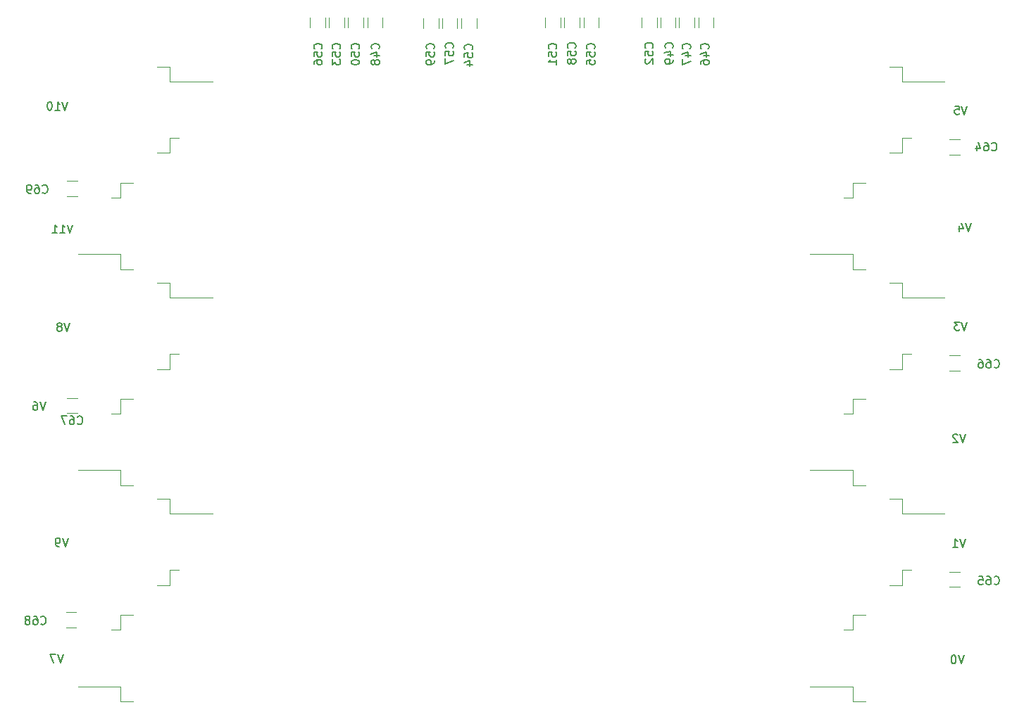
<source format=gbr>
%TF.GenerationSoftware,KiCad,Pcbnew,(5.1.6)-1*%
%TF.CreationDate,2020-10-06T11:03:20+02:00*%
%TF.ProjectId,Bobbycontroller,426f6262-7963-46f6-9e74-726f6c6c6572,rev?*%
%TF.SameCoordinates,Original*%
%TF.FileFunction,Legend,Bot*%
%TF.FilePolarity,Positive*%
%FSLAX46Y46*%
G04 Gerber Fmt 4.6, Leading zero omitted, Abs format (unit mm)*
G04 Created by KiCad (PCBNEW (5.1.6)-1) date 2020-10-06 11:03:20*
%MOMM*%
%LPD*%
G01*
G04 APERTURE LIST*
%ADD10C,0.120000*%
%ADD11C,0.150000*%
G04 APERTURE END LIST*
D10*
%TO.C,C69*%
X16597936Y-35590000D02*
X17802064Y-35590000D01*
X16597936Y-37410000D02*
X17802064Y-37410000D01*
%TO.C,C68*%
X16497936Y-87490000D02*
X17702064Y-87490000D01*
X16497936Y-89310000D02*
X17702064Y-89310000D01*
%TO.C,C67*%
X16597936Y-61690000D02*
X17802064Y-61690000D01*
X16597936Y-63510000D02*
X17802064Y-63510000D01*
%TO.C,C66*%
X123902064Y-58410000D02*
X122697936Y-58410000D01*
X123902064Y-56590000D02*
X122697936Y-56590000D01*
%TO.C,C65*%
X123902064Y-84410000D02*
X122697936Y-84410000D01*
X123902064Y-82590000D02*
X122697936Y-82590000D01*
%TO.C,C64*%
X123902064Y-32410000D02*
X122697936Y-32410000D01*
X123902064Y-30590000D02*
X122697936Y-30590000D01*
%TO.C,C59*%
X61240000Y-17182064D02*
X61240000Y-15977936D01*
X59420000Y-17182064D02*
X59420000Y-15977936D01*
%TO.C,C58*%
X78210000Y-17102064D02*
X78210000Y-15897936D01*
X76390000Y-17102064D02*
X76390000Y-15897936D01*
%TO.C,C57*%
X63510000Y-17182064D02*
X63510000Y-15977936D01*
X61690000Y-17182064D02*
X61690000Y-15977936D01*
%TO.C,C56*%
X47610000Y-17102064D02*
X47610000Y-15897936D01*
X45790000Y-17102064D02*
X45790000Y-15897936D01*
%TO.C,C55*%
X80510000Y-17102064D02*
X80510000Y-15897936D01*
X78690000Y-17102064D02*
X78690000Y-15897936D01*
%TO.C,C54*%
X65810000Y-17182064D02*
X65810000Y-15977936D01*
X63990000Y-17182064D02*
X63990000Y-15977936D01*
%TO.C,C53*%
X49910000Y-17092064D02*
X49910000Y-15887936D01*
X48090000Y-17092064D02*
X48090000Y-15887936D01*
%TO.C,C52*%
X87510000Y-17102064D02*
X87510000Y-15897936D01*
X85690000Y-17102064D02*
X85690000Y-15897936D01*
%TO.C,C51*%
X75910000Y-17102064D02*
X75910000Y-15897936D01*
X74090000Y-17102064D02*
X74090000Y-15897936D01*
%TO.C,C50*%
X52210000Y-17092064D02*
X52210000Y-15887936D01*
X50390000Y-17092064D02*
X50390000Y-15887936D01*
%TO.C,C49*%
X89730000Y-17102064D02*
X89730000Y-15897936D01*
X87910000Y-17102064D02*
X87910000Y-15897936D01*
%TO.C,C48*%
X54510000Y-17102064D02*
X54510000Y-15897936D01*
X52690000Y-17102064D02*
X52690000Y-15897936D01*
%TO.C,C47*%
X92010000Y-17102064D02*
X92010000Y-15897936D01*
X90190000Y-17102064D02*
X90190000Y-15897936D01*
%TO.C,C46*%
X94310000Y-17102064D02*
X94310000Y-15897936D01*
X92490000Y-17102064D02*
X92490000Y-15897936D01*
%TO.C,V11*%
X24550000Y-46200000D02*
X23050000Y-46200000D01*
X23050000Y-46200000D02*
X23050000Y-44390000D01*
X23050000Y-44390000D02*
X17925000Y-44390000D01*
X24550000Y-35800000D02*
X23050000Y-35800000D01*
X23050000Y-35800000D02*
X23050000Y-37610000D01*
X23050000Y-37610000D02*
X21950000Y-37610000D01*
%TO.C,V10*%
X27450000Y-21800000D02*
X28950000Y-21800000D01*
X28950000Y-21800000D02*
X28950000Y-23610000D01*
X28950000Y-23610000D02*
X34075000Y-23610000D01*
X27450000Y-32200000D02*
X28950000Y-32200000D01*
X28950000Y-32200000D02*
X28950000Y-30390000D01*
X28950000Y-30390000D02*
X30050000Y-30390000D01*
%TO.C,V9*%
X24550000Y-72200000D02*
X23050000Y-72200000D01*
X23050000Y-72200000D02*
X23050000Y-70390000D01*
X23050000Y-70390000D02*
X17925000Y-70390000D01*
X24550000Y-61800000D02*
X23050000Y-61800000D01*
X23050000Y-61800000D02*
X23050000Y-63610000D01*
X23050000Y-63610000D02*
X21950000Y-63610000D01*
%TO.C,V8*%
X27450000Y-47800000D02*
X28950000Y-47800000D01*
X28950000Y-47800000D02*
X28950000Y-49610000D01*
X28950000Y-49610000D02*
X34075000Y-49610000D01*
X27450000Y-58200000D02*
X28950000Y-58200000D01*
X28950000Y-58200000D02*
X28950000Y-56390000D01*
X28950000Y-56390000D02*
X30050000Y-56390000D01*
%TO.C,V7*%
X24550000Y-98200000D02*
X23050000Y-98200000D01*
X23050000Y-98200000D02*
X23050000Y-96390000D01*
X23050000Y-96390000D02*
X17925000Y-96390000D01*
X24550000Y-87800000D02*
X23050000Y-87800000D01*
X23050000Y-87800000D02*
X23050000Y-89610000D01*
X23050000Y-89610000D02*
X21950000Y-89610000D01*
%TO.C,V6*%
X27450000Y-73800000D02*
X28950000Y-73800000D01*
X28950000Y-73800000D02*
X28950000Y-75610000D01*
X28950000Y-75610000D02*
X34075000Y-75610000D01*
X27450000Y-84200000D02*
X28950000Y-84200000D01*
X28950000Y-84200000D02*
X28950000Y-82390000D01*
X28950000Y-82390000D02*
X30050000Y-82390000D01*
%TO.C,V5*%
X115450000Y-21800000D02*
X116950000Y-21800000D01*
X116950000Y-21800000D02*
X116950000Y-23610000D01*
X116950000Y-23610000D02*
X122075000Y-23610000D01*
X115450000Y-32200000D02*
X116950000Y-32200000D01*
X116950000Y-32200000D02*
X116950000Y-30390000D01*
X116950000Y-30390000D02*
X118050000Y-30390000D01*
%TO.C,V4*%
X112550000Y-46200000D02*
X111050000Y-46200000D01*
X111050000Y-46200000D02*
X111050000Y-44390000D01*
X111050000Y-44390000D02*
X105925000Y-44390000D01*
X112550000Y-35800000D02*
X111050000Y-35800000D01*
X111050000Y-35800000D02*
X111050000Y-37610000D01*
X111050000Y-37610000D02*
X109950000Y-37610000D01*
%TO.C,V3*%
X115450000Y-47800000D02*
X116950000Y-47800000D01*
X116950000Y-47800000D02*
X116950000Y-49610000D01*
X116950000Y-49610000D02*
X122075000Y-49610000D01*
X115450000Y-58200000D02*
X116950000Y-58200000D01*
X116950000Y-58200000D02*
X116950000Y-56390000D01*
X116950000Y-56390000D02*
X118050000Y-56390000D01*
%TO.C,V2*%
X112550000Y-72200000D02*
X111050000Y-72200000D01*
X111050000Y-72200000D02*
X111050000Y-70390000D01*
X111050000Y-70390000D02*
X105925000Y-70390000D01*
X112550000Y-61800000D02*
X111050000Y-61800000D01*
X111050000Y-61800000D02*
X111050000Y-63610000D01*
X111050000Y-63610000D02*
X109950000Y-63610000D01*
%TO.C,V1*%
X115450000Y-73800000D02*
X116950000Y-73800000D01*
X116950000Y-73800000D02*
X116950000Y-75610000D01*
X116950000Y-75610000D02*
X122075000Y-75610000D01*
X115450000Y-84200000D02*
X116950000Y-84200000D01*
X116950000Y-84200000D02*
X116950000Y-82390000D01*
X116950000Y-82390000D02*
X118050000Y-82390000D01*
%TO.C,V0*%
X112550000Y-98200000D02*
X111050000Y-98200000D01*
X111050000Y-98200000D02*
X111050000Y-96390000D01*
X111050000Y-96390000D02*
X105925000Y-96390000D01*
X112550000Y-87800000D02*
X111050000Y-87800000D01*
X111050000Y-87800000D02*
X111050000Y-89610000D01*
X111050000Y-89610000D02*
X109950000Y-89610000D01*
%TO.C,C69*%
D11*
X13642857Y-36957142D02*
X13690476Y-37004761D01*
X13833333Y-37052380D01*
X13928571Y-37052380D01*
X14071428Y-37004761D01*
X14166666Y-36909523D01*
X14214285Y-36814285D01*
X14261904Y-36623809D01*
X14261904Y-36480952D01*
X14214285Y-36290476D01*
X14166666Y-36195238D01*
X14071428Y-36100000D01*
X13928571Y-36052380D01*
X13833333Y-36052380D01*
X13690476Y-36100000D01*
X13642857Y-36147619D01*
X12785714Y-36052380D02*
X12976190Y-36052380D01*
X13071428Y-36100000D01*
X13119047Y-36147619D01*
X13214285Y-36290476D01*
X13261904Y-36480952D01*
X13261904Y-36861904D01*
X13214285Y-36957142D01*
X13166666Y-37004761D01*
X13071428Y-37052380D01*
X12880952Y-37052380D01*
X12785714Y-37004761D01*
X12738095Y-36957142D01*
X12690476Y-36861904D01*
X12690476Y-36623809D01*
X12738095Y-36528571D01*
X12785714Y-36480952D01*
X12880952Y-36433333D01*
X13071428Y-36433333D01*
X13166666Y-36480952D01*
X13214285Y-36528571D01*
X13261904Y-36623809D01*
X12214285Y-37052380D02*
X12023809Y-37052380D01*
X11928571Y-37004761D01*
X11880952Y-36957142D01*
X11785714Y-36814285D01*
X11738095Y-36623809D01*
X11738095Y-36242857D01*
X11785714Y-36147619D01*
X11833333Y-36100000D01*
X11928571Y-36052380D01*
X12119047Y-36052380D01*
X12214285Y-36100000D01*
X12261904Y-36147619D01*
X12309523Y-36242857D01*
X12309523Y-36480952D01*
X12261904Y-36576190D01*
X12214285Y-36623809D01*
X12119047Y-36671428D01*
X11928571Y-36671428D01*
X11833333Y-36623809D01*
X11785714Y-36576190D01*
X11738095Y-36480952D01*
%TO.C,C68*%
X13442857Y-88857142D02*
X13490476Y-88904761D01*
X13633333Y-88952380D01*
X13728571Y-88952380D01*
X13871428Y-88904761D01*
X13966666Y-88809523D01*
X14014285Y-88714285D01*
X14061904Y-88523809D01*
X14061904Y-88380952D01*
X14014285Y-88190476D01*
X13966666Y-88095238D01*
X13871428Y-88000000D01*
X13728571Y-87952380D01*
X13633333Y-87952380D01*
X13490476Y-88000000D01*
X13442857Y-88047619D01*
X12585714Y-87952380D02*
X12776190Y-87952380D01*
X12871428Y-88000000D01*
X12919047Y-88047619D01*
X13014285Y-88190476D01*
X13061904Y-88380952D01*
X13061904Y-88761904D01*
X13014285Y-88857142D01*
X12966666Y-88904761D01*
X12871428Y-88952380D01*
X12680952Y-88952380D01*
X12585714Y-88904761D01*
X12538095Y-88857142D01*
X12490476Y-88761904D01*
X12490476Y-88523809D01*
X12538095Y-88428571D01*
X12585714Y-88380952D01*
X12680952Y-88333333D01*
X12871428Y-88333333D01*
X12966666Y-88380952D01*
X13014285Y-88428571D01*
X13061904Y-88523809D01*
X11919047Y-88380952D02*
X12014285Y-88333333D01*
X12061904Y-88285714D01*
X12109523Y-88190476D01*
X12109523Y-88142857D01*
X12061904Y-88047619D01*
X12014285Y-88000000D01*
X11919047Y-87952380D01*
X11728571Y-87952380D01*
X11633333Y-88000000D01*
X11585714Y-88047619D01*
X11538095Y-88142857D01*
X11538095Y-88190476D01*
X11585714Y-88285714D01*
X11633333Y-88333333D01*
X11728571Y-88380952D01*
X11919047Y-88380952D01*
X12014285Y-88428571D01*
X12061904Y-88476190D01*
X12109523Y-88571428D01*
X12109523Y-88761904D01*
X12061904Y-88857142D01*
X12014285Y-88904761D01*
X11919047Y-88952380D01*
X11728571Y-88952380D01*
X11633333Y-88904761D01*
X11585714Y-88857142D01*
X11538095Y-88761904D01*
X11538095Y-88571428D01*
X11585714Y-88476190D01*
X11633333Y-88428571D01*
X11728571Y-88380952D01*
%TO.C,C67*%
X17842857Y-64777142D02*
X17890476Y-64824761D01*
X18033333Y-64872380D01*
X18128571Y-64872380D01*
X18271428Y-64824761D01*
X18366666Y-64729523D01*
X18414285Y-64634285D01*
X18461904Y-64443809D01*
X18461904Y-64300952D01*
X18414285Y-64110476D01*
X18366666Y-64015238D01*
X18271428Y-63920000D01*
X18128571Y-63872380D01*
X18033333Y-63872380D01*
X17890476Y-63920000D01*
X17842857Y-63967619D01*
X16985714Y-63872380D02*
X17176190Y-63872380D01*
X17271428Y-63920000D01*
X17319047Y-63967619D01*
X17414285Y-64110476D01*
X17461904Y-64300952D01*
X17461904Y-64681904D01*
X17414285Y-64777142D01*
X17366666Y-64824761D01*
X17271428Y-64872380D01*
X17080952Y-64872380D01*
X16985714Y-64824761D01*
X16938095Y-64777142D01*
X16890476Y-64681904D01*
X16890476Y-64443809D01*
X16938095Y-64348571D01*
X16985714Y-64300952D01*
X17080952Y-64253333D01*
X17271428Y-64253333D01*
X17366666Y-64300952D01*
X17414285Y-64348571D01*
X17461904Y-64443809D01*
X16557142Y-63872380D02*
X15890476Y-63872380D01*
X16319047Y-64872380D01*
%TO.C,C66*%
X128042857Y-57957142D02*
X128090476Y-58004761D01*
X128233333Y-58052380D01*
X128328571Y-58052380D01*
X128471428Y-58004761D01*
X128566666Y-57909523D01*
X128614285Y-57814285D01*
X128661904Y-57623809D01*
X128661904Y-57480952D01*
X128614285Y-57290476D01*
X128566666Y-57195238D01*
X128471428Y-57100000D01*
X128328571Y-57052380D01*
X128233333Y-57052380D01*
X128090476Y-57100000D01*
X128042857Y-57147619D01*
X127185714Y-57052380D02*
X127376190Y-57052380D01*
X127471428Y-57100000D01*
X127519047Y-57147619D01*
X127614285Y-57290476D01*
X127661904Y-57480952D01*
X127661904Y-57861904D01*
X127614285Y-57957142D01*
X127566666Y-58004761D01*
X127471428Y-58052380D01*
X127280952Y-58052380D01*
X127185714Y-58004761D01*
X127138095Y-57957142D01*
X127090476Y-57861904D01*
X127090476Y-57623809D01*
X127138095Y-57528571D01*
X127185714Y-57480952D01*
X127280952Y-57433333D01*
X127471428Y-57433333D01*
X127566666Y-57480952D01*
X127614285Y-57528571D01*
X127661904Y-57623809D01*
X126233333Y-57052380D02*
X126423809Y-57052380D01*
X126519047Y-57100000D01*
X126566666Y-57147619D01*
X126661904Y-57290476D01*
X126709523Y-57480952D01*
X126709523Y-57861904D01*
X126661904Y-57957142D01*
X126614285Y-58004761D01*
X126519047Y-58052380D01*
X126328571Y-58052380D01*
X126233333Y-58004761D01*
X126185714Y-57957142D01*
X126138095Y-57861904D01*
X126138095Y-57623809D01*
X126185714Y-57528571D01*
X126233333Y-57480952D01*
X126328571Y-57433333D01*
X126519047Y-57433333D01*
X126614285Y-57480952D01*
X126661904Y-57528571D01*
X126709523Y-57623809D01*
%TO.C,C65*%
X128042857Y-84057142D02*
X128090476Y-84104761D01*
X128233333Y-84152380D01*
X128328571Y-84152380D01*
X128471428Y-84104761D01*
X128566666Y-84009523D01*
X128614285Y-83914285D01*
X128661904Y-83723809D01*
X128661904Y-83580952D01*
X128614285Y-83390476D01*
X128566666Y-83295238D01*
X128471428Y-83200000D01*
X128328571Y-83152380D01*
X128233333Y-83152380D01*
X128090476Y-83200000D01*
X128042857Y-83247619D01*
X127185714Y-83152380D02*
X127376190Y-83152380D01*
X127471428Y-83200000D01*
X127519047Y-83247619D01*
X127614285Y-83390476D01*
X127661904Y-83580952D01*
X127661904Y-83961904D01*
X127614285Y-84057142D01*
X127566666Y-84104761D01*
X127471428Y-84152380D01*
X127280952Y-84152380D01*
X127185714Y-84104761D01*
X127138095Y-84057142D01*
X127090476Y-83961904D01*
X127090476Y-83723809D01*
X127138095Y-83628571D01*
X127185714Y-83580952D01*
X127280952Y-83533333D01*
X127471428Y-83533333D01*
X127566666Y-83580952D01*
X127614285Y-83628571D01*
X127661904Y-83723809D01*
X126185714Y-83152380D02*
X126661904Y-83152380D01*
X126709523Y-83628571D01*
X126661904Y-83580952D01*
X126566666Y-83533333D01*
X126328571Y-83533333D01*
X126233333Y-83580952D01*
X126185714Y-83628571D01*
X126138095Y-83723809D01*
X126138095Y-83961904D01*
X126185714Y-84057142D01*
X126233333Y-84104761D01*
X126328571Y-84152380D01*
X126566666Y-84152380D01*
X126661904Y-84104761D01*
X126709523Y-84057142D01*
%TO.C,C64*%
X127742857Y-31857142D02*
X127790476Y-31904761D01*
X127933333Y-31952380D01*
X128028571Y-31952380D01*
X128171428Y-31904761D01*
X128266666Y-31809523D01*
X128314285Y-31714285D01*
X128361904Y-31523809D01*
X128361904Y-31380952D01*
X128314285Y-31190476D01*
X128266666Y-31095238D01*
X128171428Y-31000000D01*
X128028571Y-30952380D01*
X127933333Y-30952380D01*
X127790476Y-31000000D01*
X127742857Y-31047619D01*
X126885714Y-30952380D02*
X127076190Y-30952380D01*
X127171428Y-31000000D01*
X127219047Y-31047619D01*
X127314285Y-31190476D01*
X127361904Y-31380952D01*
X127361904Y-31761904D01*
X127314285Y-31857142D01*
X127266666Y-31904761D01*
X127171428Y-31952380D01*
X126980952Y-31952380D01*
X126885714Y-31904761D01*
X126838095Y-31857142D01*
X126790476Y-31761904D01*
X126790476Y-31523809D01*
X126838095Y-31428571D01*
X126885714Y-31380952D01*
X126980952Y-31333333D01*
X127171428Y-31333333D01*
X127266666Y-31380952D01*
X127314285Y-31428571D01*
X127361904Y-31523809D01*
X125933333Y-31285714D02*
X125933333Y-31952380D01*
X126171428Y-30904761D02*
X126409523Y-31619047D01*
X125790476Y-31619047D01*
%TO.C,C59*%
X60657142Y-19657142D02*
X60704761Y-19609523D01*
X60752380Y-19466666D01*
X60752380Y-19371428D01*
X60704761Y-19228571D01*
X60609523Y-19133333D01*
X60514285Y-19085714D01*
X60323809Y-19038095D01*
X60180952Y-19038095D01*
X59990476Y-19085714D01*
X59895238Y-19133333D01*
X59800000Y-19228571D01*
X59752380Y-19371428D01*
X59752380Y-19466666D01*
X59800000Y-19609523D01*
X59847619Y-19657142D01*
X59752380Y-20561904D02*
X59752380Y-20085714D01*
X60228571Y-20038095D01*
X60180952Y-20085714D01*
X60133333Y-20180952D01*
X60133333Y-20419047D01*
X60180952Y-20514285D01*
X60228571Y-20561904D01*
X60323809Y-20609523D01*
X60561904Y-20609523D01*
X60657142Y-20561904D01*
X60704761Y-20514285D01*
X60752380Y-20419047D01*
X60752380Y-20180952D01*
X60704761Y-20085714D01*
X60657142Y-20038095D01*
X60752380Y-21085714D02*
X60752380Y-21276190D01*
X60704761Y-21371428D01*
X60657142Y-21419047D01*
X60514285Y-21514285D01*
X60323809Y-21561904D01*
X59942857Y-21561904D01*
X59847619Y-21514285D01*
X59800000Y-21466666D01*
X59752380Y-21371428D01*
X59752380Y-21180952D01*
X59800000Y-21085714D01*
X59847619Y-21038095D01*
X59942857Y-20990476D01*
X60180952Y-20990476D01*
X60276190Y-21038095D01*
X60323809Y-21085714D01*
X60371428Y-21180952D01*
X60371428Y-21371428D01*
X60323809Y-21466666D01*
X60276190Y-21514285D01*
X60180952Y-21561904D01*
%TO.C,C58*%
X77657142Y-19557142D02*
X77704761Y-19509523D01*
X77752380Y-19366666D01*
X77752380Y-19271428D01*
X77704761Y-19128571D01*
X77609523Y-19033333D01*
X77514285Y-18985714D01*
X77323809Y-18938095D01*
X77180952Y-18938095D01*
X76990476Y-18985714D01*
X76895238Y-19033333D01*
X76800000Y-19128571D01*
X76752380Y-19271428D01*
X76752380Y-19366666D01*
X76800000Y-19509523D01*
X76847619Y-19557142D01*
X76752380Y-20461904D02*
X76752380Y-19985714D01*
X77228571Y-19938095D01*
X77180952Y-19985714D01*
X77133333Y-20080952D01*
X77133333Y-20319047D01*
X77180952Y-20414285D01*
X77228571Y-20461904D01*
X77323809Y-20509523D01*
X77561904Y-20509523D01*
X77657142Y-20461904D01*
X77704761Y-20414285D01*
X77752380Y-20319047D01*
X77752380Y-20080952D01*
X77704761Y-19985714D01*
X77657142Y-19938095D01*
X77180952Y-21080952D02*
X77133333Y-20985714D01*
X77085714Y-20938095D01*
X76990476Y-20890476D01*
X76942857Y-20890476D01*
X76847619Y-20938095D01*
X76800000Y-20985714D01*
X76752380Y-21080952D01*
X76752380Y-21271428D01*
X76800000Y-21366666D01*
X76847619Y-21414285D01*
X76942857Y-21461904D01*
X76990476Y-21461904D01*
X77085714Y-21414285D01*
X77133333Y-21366666D01*
X77180952Y-21271428D01*
X77180952Y-21080952D01*
X77228571Y-20985714D01*
X77276190Y-20938095D01*
X77371428Y-20890476D01*
X77561904Y-20890476D01*
X77657142Y-20938095D01*
X77704761Y-20985714D01*
X77752380Y-21080952D01*
X77752380Y-21271428D01*
X77704761Y-21366666D01*
X77657142Y-21414285D01*
X77561904Y-21461904D01*
X77371428Y-21461904D01*
X77276190Y-21414285D01*
X77228571Y-21366666D01*
X77180952Y-21271428D01*
%TO.C,C57*%
X62957142Y-19557142D02*
X63004761Y-19509523D01*
X63052380Y-19366666D01*
X63052380Y-19271428D01*
X63004761Y-19128571D01*
X62909523Y-19033333D01*
X62814285Y-18985714D01*
X62623809Y-18938095D01*
X62480952Y-18938095D01*
X62290476Y-18985714D01*
X62195238Y-19033333D01*
X62100000Y-19128571D01*
X62052380Y-19271428D01*
X62052380Y-19366666D01*
X62100000Y-19509523D01*
X62147619Y-19557142D01*
X62052380Y-20461904D02*
X62052380Y-19985714D01*
X62528571Y-19938095D01*
X62480952Y-19985714D01*
X62433333Y-20080952D01*
X62433333Y-20319047D01*
X62480952Y-20414285D01*
X62528571Y-20461904D01*
X62623809Y-20509523D01*
X62861904Y-20509523D01*
X62957142Y-20461904D01*
X63004761Y-20414285D01*
X63052380Y-20319047D01*
X63052380Y-20080952D01*
X63004761Y-19985714D01*
X62957142Y-19938095D01*
X62052380Y-20842857D02*
X62052380Y-21509523D01*
X63052380Y-21080952D01*
%TO.C,C56*%
X47157142Y-19657142D02*
X47204761Y-19609523D01*
X47252380Y-19466666D01*
X47252380Y-19371428D01*
X47204761Y-19228571D01*
X47109523Y-19133333D01*
X47014285Y-19085714D01*
X46823809Y-19038095D01*
X46680952Y-19038095D01*
X46490476Y-19085714D01*
X46395238Y-19133333D01*
X46300000Y-19228571D01*
X46252380Y-19371428D01*
X46252380Y-19466666D01*
X46300000Y-19609523D01*
X46347619Y-19657142D01*
X46252380Y-20561904D02*
X46252380Y-20085714D01*
X46728571Y-20038095D01*
X46680952Y-20085714D01*
X46633333Y-20180952D01*
X46633333Y-20419047D01*
X46680952Y-20514285D01*
X46728571Y-20561904D01*
X46823809Y-20609523D01*
X47061904Y-20609523D01*
X47157142Y-20561904D01*
X47204761Y-20514285D01*
X47252380Y-20419047D01*
X47252380Y-20180952D01*
X47204761Y-20085714D01*
X47157142Y-20038095D01*
X46252380Y-21466666D02*
X46252380Y-21276190D01*
X46300000Y-21180952D01*
X46347619Y-21133333D01*
X46490476Y-21038095D01*
X46680952Y-20990476D01*
X47061904Y-20990476D01*
X47157142Y-21038095D01*
X47204761Y-21085714D01*
X47252380Y-21180952D01*
X47252380Y-21371428D01*
X47204761Y-21466666D01*
X47157142Y-21514285D01*
X47061904Y-21561904D01*
X46823809Y-21561904D01*
X46728571Y-21514285D01*
X46680952Y-21466666D01*
X46633333Y-21371428D01*
X46633333Y-21180952D01*
X46680952Y-21085714D01*
X46728571Y-21038095D01*
X46823809Y-20990476D01*
%TO.C,C55*%
X79957142Y-19657142D02*
X80004761Y-19609523D01*
X80052380Y-19466666D01*
X80052380Y-19371428D01*
X80004761Y-19228571D01*
X79909523Y-19133333D01*
X79814285Y-19085714D01*
X79623809Y-19038095D01*
X79480952Y-19038095D01*
X79290476Y-19085714D01*
X79195238Y-19133333D01*
X79100000Y-19228571D01*
X79052380Y-19371428D01*
X79052380Y-19466666D01*
X79100000Y-19609523D01*
X79147619Y-19657142D01*
X79052380Y-20561904D02*
X79052380Y-20085714D01*
X79528571Y-20038095D01*
X79480952Y-20085714D01*
X79433333Y-20180952D01*
X79433333Y-20419047D01*
X79480952Y-20514285D01*
X79528571Y-20561904D01*
X79623809Y-20609523D01*
X79861904Y-20609523D01*
X79957142Y-20561904D01*
X80004761Y-20514285D01*
X80052380Y-20419047D01*
X80052380Y-20180952D01*
X80004761Y-20085714D01*
X79957142Y-20038095D01*
X79052380Y-21514285D02*
X79052380Y-21038095D01*
X79528571Y-20990476D01*
X79480952Y-21038095D01*
X79433333Y-21133333D01*
X79433333Y-21371428D01*
X79480952Y-21466666D01*
X79528571Y-21514285D01*
X79623809Y-21561904D01*
X79861904Y-21561904D01*
X79957142Y-21514285D01*
X80004761Y-21466666D01*
X80052380Y-21371428D01*
X80052380Y-21133333D01*
X80004761Y-21038095D01*
X79957142Y-20990476D01*
%TO.C,C54*%
X65257142Y-19757142D02*
X65304761Y-19709523D01*
X65352380Y-19566666D01*
X65352380Y-19471428D01*
X65304761Y-19328571D01*
X65209523Y-19233333D01*
X65114285Y-19185714D01*
X64923809Y-19138095D01*
X64780952Y-19138095D01*
X64590476Y-19185714D01*
X64495238Y-19233333D01*
X64400000Y-19328571D01*
X64352380Y-19471428D01*
X64352380Y-19566666D01*
X64400000Y-19709523D01*
X64447619Y-19757142D01*
X64352380Y-20661904D02*
X64352380Y-20185714D01*
X64828571Y-20138095D01*
X64780952Y-20185714D01*
X64733333Y-20280952D01*
X64733333Y-20519047D01*
X64780952Y-20614285D01*
X64828571Y-20661904D01*
X64923809Y-20709523D01*
X65161904Y-20709523D01*
X65257142Y-20661904D01*
X65304761Y-20614285D01*
X65352380Y-20519047D01*
X65352380Y-20280952D01*
X65304761Y-20185714D01*
X65257142Y-20138095D01*
X64685714Y-21566666D02*
X65352380Y-21566666D01*
X64304761Y-21328571D02*
X65019047Y-21090476D01*
X65019047Y-21709523D01*
%TO.C,C53*%
X49357142Y-19657142D02*
X49404761Y-19609523D01*
X49452380Y-19466666D01*
X49452380Y-19371428D01*
X49404761Y-19228571D01*
X49309523Y-19133333D01*
X49214285Y-19085714D01*
X49023809Y-19038095D01*
X48880952Y-19038095D01*
X48690476Y-19085714D01*
X48595238Y-19133333D01*
X48500000Y-19228571D01*
X48452380Y-19371428D01*
X48452380Y-19466666D01*
X48500000Y-19609523D01*
X48547619Y-19657142D01*
X48452380Y-20561904D02*
X48452380Y-20085714D01*
X48928571Y-20038095D01*
X48880952Y-20085714D01*
X48833333Y-20180952D01*
X48833333Y-20419047D01*
X48880952Y-20514285D01*
X48928571Y-20561904D01*
X49023809Y-20609523D01*
X49261904Y-20609523D01*
X49357142Y-20561904D01*
X49404761Y-20514285D01*
X49452380Y-20419047D01*
X49452380Y-20180952D01*
X49404761Y-20085714D01*
X49357142Y-20038095D01*
X48452380Y-20942857D02*
X48452380Y-21561904D01*
X48833333Y-21228571D01*
X48833333Y-21371428D01*
X48880952Y-21466666D01*
X48928571Y-21514285D01*
X49023809Y-21561904D01*
X49261904Y-21561904D01*
X49357142Y-21514285D01*
X49404761Y-21466666D01*
X49452380Y-21371428D01*
X49452380Y-21085714D01*
X49404761Y-20990476D01*
X49357142Y-20942857D01*
%TO.C,C52*%
X86957142Y-19557142D02*
X87004761Y-19509523D01*
X87052380Y-19366666D01*
X87052380Y-19271428D01*
X87004761Y-19128571D01*
X86909523Y-19033333D01*
X86814285Y-18985714D01*
X86623809Y-18938095D01*
X86480952Y-18938095D01*
X86290476Y-18985714D01*
X86195238Y-19033333D01*
X86100000Y-19128571D01*
X86052380Y-19271428D01*
X86052380Y-19366666D01*
X86100000Y-19509523D01*
X86147619Y-19557142D01*
X86052380Y-20461904D02*
X86052380Y-19985714D01*
X86528571Y-19938095D01*
X86480952Y-19985714D01*
X86433333Y-20080952D01*
X86433333Y-20319047D01*
X86480952Y-20414285D01*
X86528571Y-20461904D01*
X86623809Y-20509523D01*
X86861904Y-20509523D01*
X86957142Y-20461904D01*
X87004761Y-20414285D01*
X87052380Y-20319047D01*
X87052380Y-20080952D01*
X87004761Y-19985714D01*
X86957142Y-19938095D01*
X86147619Y-20890476D02*
X86100000Y-20938095D01*
X86052380Y-21033333D01*
X86052380Y-21271428D01*
X86100000Y-21366666D01*
X86147619Y-21414285D01*
X86242857Y-21461904D01*
X86338095Y-21461904D01*
X86480952Y-21414285D01*
X87052380Y-20842857D01*
X87052380Y-21461904D01*
%TO.C,C51*%
X75357142Y-19657142D02*
X75404761Y-19609523D01*
X75452380Y-19466666D01*
X75452380Y-19371428D01*
X75404761Y-19228571D01*
X75309523Y-19133333D01*
X75214285Y-19085714D01*
X75023809Y-19038095D01*
X74880952Y-19038095D01*
X74690476Y-19085714D01*
X74595238Y-19133333D01*
X74500000Y-19228571D01*
X74452380Y-19371428D01*
X74452380Y-19466666D01*
X74500000Y-19609523D01*
X74547619Y-19657142D01*
X74452380Y-20561904D02*
X74452380Y-20085714D01*
X74928571Y-20038095D01*
X74880952Y-20085714D01*
X74833333Y-20180952D01*
X74833333Y-20419047D01*
X74880952Y-20514285D01*
X74928571Y-20561904D01*
X75023809Y-20609523D01*
X75261904Y-20609523D01*
X75357142Y-20561904D01*
X75404761Y-20514285D01*
X75452380Y-20419047D01*
X75452380Y-20180952D01*
X75404761Y-20085714D01*
X75357142Y-20038095D01*
X75452380Y-21561904D02*
X75452380Y-20990476D01*
X75452380Y-21276190D02*
X74452380Y-21276190D01*
X74595238Y-21180952D01*
X74690476Y-21085714D01*
X74738095Y-20990476D01*
%TO.C,C50*%
X51657142Y-19657142D02*
X51704761Y-19609523D01*
X51752380Y-19466666D01*
X51752380Y-19371428D01*
X51704761Y-19228571D01*
X51609523Y-19133333D01*
X51514285Y-19085714D01*
X51323809Y-19038095D01*
X51180952Y-19038095D01*
X50990476Y-19085714D01*
X50895238Y-19133333D01*
X50800000Y-19228571D01*
X50752380Y-19371428D01*
X50752380Y-19466666D01*
X50800000Y-19609523D01*
X50847619Y-19657142D01*
X50752380Y-20561904D02*
X50752380Y-20085714D01*
X51228571Y-20038095D01*
X51180952Y-20085714D01*
X51133333Y-20180952D01*
X51133333Y-20419047D01*
X51180952Y-20514285D01*
X51228571Y-20561904D01*
X51323809Y-20609523D01*
X51561904Y-20609523D01*
X51657142Y-20561904D01*
X51704761Y-20514285D01*
X51752380Y-20419047D01*
X51752380Y-20180952D01*
X51704761Y-20085714D01*
X51657142Y-20038095D01*
X50752380Y-21228571D02*
X50752380Y-21323809D01*
X50800000Y-21419047D01*
X50847619Y-21466666D01*
X50942857Y-21514285D01*
X51133333Y-21561904D01*
X51371428Y-21561904D01*
X51561904Y-21514285D01*
X51657142Y-21466666D01*
X51704761Y-21419047D01*
X51752380Y-21323809D01*
X51752380Y-21228571D01*
X51704761Y-21133333D01*
X51657142Y-21085714D01*
X51561904Y-21038095D01*
X51371428Y-20990476D01*
X51133333Y-20990476D01*
X50942857Y-21038095D01*
X50847619Y-21085714D01*
X50800000Y-21133333D01*
X50752380Y-21228571D01*
%TO.C,C49*%
X89357142Y-19557142D02*
X89404761Y-19509523D01*
X89452380Y-19366666D01*
X89452380Y-19271428D01*
X89404761Y-19128571D01*
X89309523Y-19033333D01*
X89214285Y-18985714D01*
X89023809Y-18938095D01*
X88880952Y-18938095D01*
X88690476Y-18985714D01*
X88595238Y-19033333D01*
X88500000Y-19128571D01*
X88452380Y-19271428D01*
X88452380Y-19366666D01*
X88500000Y-19509523D01*
X88547619Y-19557142D01*
X88785714Y-20414285D02*
X89452380Y-20414285D01*
X88404761Y-20176190D02*
X89119047Y-19938095D01*
X89119047Y-20557142D01*
X89452380Y-20985714D02*
X89452380Y-21176190D01*
X89404761Y-21271428D01*
X89357142Y-21319047D01*
X89214285Y-21414285D01*
X89023809Y-21461904D01*
X88642857Y-21461904D01*
X88547619Y-21414285D01*
X88500000Y-21366666D01*
X88452380Y-21271428D01*
X88452380Y-21080952D01*
X88500000Y-20985714D01*
X88547619Y-20938095D01*
X88642857Y-20890476D01*
X88880952Y-20890476D01*
X88976190Y-20938095D01*
X89023809Y-20985714D01*
X89071428Y-21080952D01*
X89071428Y-21271428D01*
X89023809Y-21366666D01*
X88976190Y-21414285D01*
X88880952Y-21461904D01*
%TO.C,C48*%
X54057142Y-19657142D02*
X54104761Y-19609523D01*
X54152380Y-19466666D01*
X54152380Y-19371428D01*
X54104761Y-19228571D01*
X54009523Y-19133333D01*
X53914285Y-19085714D01*
X53723809Y-19038095D01*
X53580952Y-19038095D01*
X53390476Y-19085714D01*
X53295238Y-19133333D01*
X53200000Y-19228571D01*
X53152380Y-19371428D01*
X53152380Y-19466666D01*
X53200000Y-19609523D01*
X53247619Y-19657142D01*
X53485714Y-20514285D02*
X54152380Y-20514285D01*
X53104761Y-20276190D02*
X53819047Y-20038095D01*
X53819047Y-20657142D01*
X53580952Y-21180952D02*
X53533333Y-21085714D01*
X53485714Y-21038095D01*
X53390476Y-20990476D01*
X53342857Y-20990476D01*
X53247619Y-21038095D01*
X53200000Y-21085714D01*
X53152380Y-21180952D01*
X53152380Y-21371428D01*
X53200000Y-21466666D01*
X53247619Y-21514285D01*
X53342857Y-21561904D01*
X53390476Y-21561904D01*
X53485714Y-21514285D01*
X53533333Y-21466666D01*
X53580952Y-21371428D01*
X53580952Y-21180952D01*
X53628571Y-21085714D01*
X53676190Y-21038095D01*
X53771428Y-20990476D01*
X53961904Y-20990476D01*
X54057142Y-21038095D01*
X54104761Y-21085714D01*
X54152380Y-21180952D01*
X54152380Y-21371428D01*
X54104761Y-21466666D01*
X54057142Y-21514285D01*
X53961904Y-21561904D01*
X53771428Y-21561904D01*
X53676190Y-21514285D01*
X53628571Y-21466666D01*
X53580952Y-21371428D01*
%TO.C,C47*%
X91457142Y-19657142D02*
X91504761Y-19609523D01*
X91552380Y-19466666D01*
X91552380Y-19371428D01*
X91504761Y-19228571D01*
X91409523Y-19133333D01*
X91314285Y-19085714D01*
X91123809Y-19038095D01*
X90980952Y-19038095D01*
X90790476Y-19085714D01*
X90695238Y-19133333D01*
X90600000Y-19228571D01*
X90552380Y-19371428D01*
X90552380Y-19466666D01*
X90600000Y-19609523D01*
X90647619Y-19657142D01*
X90885714Y-20514285D02*
X91552380Y-20514285D01*
X90504761Y-20276190D02*
X91219047Y-20038095D01*
X91219047Y-20657142D01*
X90552380Y-20942857D02*
X90552380Y-21609523D01*
X91552380Y-21180952D01*
%TO.C,C46*%
X93657142Y-19657142D02*
X93704761Y-19609523D01*
X93752380Y-19466666D01*
X93752380Y-19371428D01*
X93704761Y-19228571D01*
X93609523Y-19133333D01*
X93514285Y-19085714D01*
X93323809Y-19038095D01*
X93180952Y-19038095D01*
X92990476Y-19085714D01*
X92895238Y-19133333D01*
X92800000Y-19228571D01*
X92752380Y-19371428D01*
X92752380Y-19466666D01*
X92800000Y-19609523D01*
X92847619Y-19657142D01*
X93085714Y-20514285D02*
X93752380Y-20514285D01*
X92704761Y-20276190D02*
X93419047Y-20038095D01*
X93419047Y-20657142D01*
X92752380Y-21466666D02*
X92752380Y-21276190D01*
X92800000Y-21180952D01*
X92847619Y-21133333D01*
X92990476Y-21038095D01*
X93180952Y-20990476D01*
X93561904Y-20990476D01*
X93657142Y-21038095D01*
X93704761Y-21085714D01*
X93752380Y-21180952D01*
X93752380Y-21371428D01*
X93704761Y-21466666D01*
X93657142Y-21514285D01*
X93561904Y-21561904D01*
X93323809Y-21561904D01*
X93228571Y-21514285D01*
X93180952Y-21466666D01*
X93133333Y-21371428D01*
X93133333Y-21180952D01*
X93180952Y-21085714D01*
X93228571Y-21038095D01*
X93323809Y-20990476D01*
%TO.C,V11*%
X17285714Y-40852380D02*
X16952380Y-41852380D01*
X16619047Y-40852380D01*
X15761904Y-41852380D02*
X16333333Y-41852380D01*
X16047619Y-41852380D02*
X16047619Y-40852380D01*
X16142857Y-40995238D01*
X16238095Y-41090476D01*
X16333333Y-41138095D01*
X14809523Y-41852380D02*
X15380952Y-41852380D01*
X15095238Y-41852380D02*
X15095238Y-40852380D01*
X15190476Y-40995238D01*
X15285714Y-41090476D01*
X15380952Y-41138095D01*
%TO.C,V10*%
X16685714Y-26052380D02*
X16352380Y-27052380D01*
X16019047Y-26052380D01*
X15161904Y-27052380D02*
X15733333Y-27052380D01*
X15447619Y-27052380D02*
X15447619Y-26052380D01*
X15542857Y-26195238D01*
X15638095Y-26290476D01*
X15733333Y-26338095D01*
X14542857Y-26052380D02*
X14447619Y-26052380D01*
X14352380Y-26100000D01*
X14304761Y-26147619D01*
X14257142Y-26242857D01*
X14209523Y-26433333D01*
X14209523Y-26671428D01*
X14257142Y-26861904D01*
X14304761Y-26957142D01*
X14352380Y-27004761D01*
X14447619Y-27052380D01*
X14542857Y-27052380D01*
X14638095Y-27004761D01*
X14685714Y-26957142D01*
X14733333Y-26861904D01*
X14780952Y-26671428D01*
X14780952Y-26433333D01*
X14733333Y-26242857D01*
X14685714Y-26147619D01*
X14638095Y-26100000D01*
X14542857Y-26052380D01*
%TO.C,V9*%
X16709523Y-78552380D02*
X16376190Y-79552380D01*
X16042857Y-78552380D01*
X15661904Y-79552380D02*
X15471428Y-79552380D01*
X15376190Y-79504761D01*
X15328571Y-79457142D01*
X15233333Y-79314285D01*
X15185714Y-79123809D01*
X15185714Y-78742857D01*
X15233333Y-78647619D01*
X15280952Y-78600000D01*
X15376190Y-78552380D01*
X15566666Y-78552380D01*
X15661904Y-78600000D01*
X15709523Y-78647619D01*
X15757142Y-78742857D01*
X15757142Y-78980952D01*
X15709523Y-79076190D01*
X15661904Y-79123809D01*
X15566666Y-79171428D01*
X15376190Y-79171428D01*
X15280952Y-79123809D01*
X15233333Y-79076190D01*
X15185714Y-78980952D01*
%TO.C,V8*%
X16909523Y-52652380D02*
X16576190Y-53652380D01*
X16242857Y-52652380D01*
X15766666Y-53080952D02*
X15861904Y-53033333D01*
X15909523Y-52985714D01*
X15957142Y-52890476D01*
X15957142Y-52842857D01*
X15909523Y-52747619D01*
X15861904Y-52700000D01*
X15766666Y-52652380D01*
X15576190Y-52652380D01*
X15480952Y-52700000D01*
X15433333Y-52747619D01*
X15385714Y-52842857D01*
X15385714Y-52890476D01*
X15433333Y-52985714D01*
X15480952Y-53033333D01*
X15576190Y-53080952D01*
X15766666Y-53080952D01*
X15861904Y-53128571D01*
X15909523Y-53176190D01*
X15957142Y-53271428D01*
X15957142Y-53461904D01*
X15909523Y-53557142D01*
X15861904Y-53604761D01*
X15766666Y-53652380D01*
X15576190Y-53652380D01*
X15480952Y-53604761D01*
X15433333Y-53557142D01*
X15385714Y-53461904D01*
X15385714Y-53271428D01*
X15433333Y-53176190D01*
X15480952Y-53128571D01*
X15576190Y-53080952D01*
%TO.C,V7*%
X16109523Y-92552380D02*
X15776190Y-93552380D01*
X15442857Y-92552380D01*
X15204761Y-92552380D02*
X14538095Y-92552380D01*
X14966666Y-93552380D01*
%TO.C,V6*%
X14009523Y-62152380D02*
X13676190Y-63152380D01*
X13342857Y-62152380D01*
X12580952Y-62152380D02*
X12771428Y-62152380D01*
X12866666Y-62200000D01*
X12914285Y-62247619D01*
X13009523Y-62390476D01*
X13057142Y-62580952D01*
X13057142Y-62961904D01*
X13009523Y-63057142D01*
X12961904Y-63104761D01*
X12866666Y-63152380D01*
X12676190Y-63152380D01*
X12580952Y-63104761D01*
X12533333Y-63057142D01*
X12485714Y-62961904D01*
X12485714Y-62723809D01*
X12533333Y-62628571D01*
X12580952Y-62580952D01*
X12676190Y-62533333D01*
X12866666Y-62533333D01*
X12961904Y-62580952D01*
X13009523Y-62628571D01*
X13057142Y-62723809D01*
%TO.C,V5*%
X124809523Y-26552380D02*
X124476190Y-27552380D01*
X124142857Y-26552380D01*
X123333333Y-26552380D02*
X123809523Y-26552380D01*
X123857142Y-27028571D01*
X123809523Y-26980952D01*
X123714285Y-26933333D01*
X123476190Y-26933333D01*
X123380952Y-26980952D01*
X123333333Y-27028571D01*
X123285714Y-27123809D01*
X123285714Y-27361904D01*
X123333333Y-27457142D01*
X123380952Y-27504761D01*
X123476190Y-27552380D01*
X123714285Y-27552380D01*
X123809523Y-27504761D01*
X123857142Y-27457142D01*
%TO.C,V4*%
X125309523Y-40652380D02*
X124976190Y-41652380D01*
X124642857Y-40652380D01*
X123880952Y-40985714D02*
X123880952Y-41652380D01*
X124119047Y-40604761D02*
X124357142Y-41319047D01*
X123738095Y-41319047D01*
%TO.C,V3*%
X124809523Y-52552380D02*
X124476190Y-53552380D01*
X124142857Y-52552380D01*
X123904761Y-52552380D02*
X123285714Y-52552380D01*
X123619047Y-52933333D01*
X123476190Y-52933333D01*
X123380952Y-52980952D01*
X123333333Y-53028571D01*
X123285714Y-53123809D01*
X123285714Y-53361904D01*
X123333333Y-53457142D01*
X123380952Y-53504761D01*
X123476190Y-53552380D01*
X123761904Y-53552380D01*
X123857142Y-53504761D01*
X123904761Y-53457142D01*
%TO.C,V2*%
X124609523Y-66052380D02*
X124276190Y-67052380D01*
X123942857Y-66052380D01*
X123657142Y-66147619D02*
X123609523Y-66100000D01*
X123514285Y-66052380D01*
X123276190Y-66052380D01*
X123180952Y-66100000D01*
X123133333Y-66147619D01*
X123085714Y-66242857D01*
X123085714Y-66338095D01*
X123133333Y-66480952D01*
X123704761Y-67052380D01*
X123085714Y-67052380D01*
%TO.C,V1*%
X124609523Y-78652380D02*
X124276190Y-79652380D01*
X123942857Y-78652380D01*
X123085714Y-79652380D02*
X123657142Y-79652380D01*
X123371428Y-79652380D02*
X123371428Y-78652380D01*
X123466666Y-78795238D01*
X123561904Y-78890476D01*
X123657142Y-78938095D01*
%TO.C,V0*%
X124409523Y-92652380D02*
X124076190Y-93652380D01*
X123742857Y-92652380D01*
X123219047Y-92652380D02*
X123123809Y-92652380D01*
X123028571Y-92700000D01*
X122980952Y-92747619D01*
X122933333Y-92842857D01*
X122885714Y-93033333D01*
X122885714Y-93271428D01*
X122933333Y-93461904D01*
X122980952Y-93557142D01*
X123028571Y-93604761D01*
X123123809Y-93652380D01*
X123219047Y-93652380D01*
X123314285Y-93604761D01*
X123361904Y-93557142D01*
X123409523Y-93461904D01*
X123457142Y-93271428D01*
X123457142Y-93033333D01*
X123409523Y-92842857D01*
X123361904Y-92747619D01*
X123314285Y-92700000D01*
X123219047Y-92652380D01*
%TD*%
M02*

</source>
